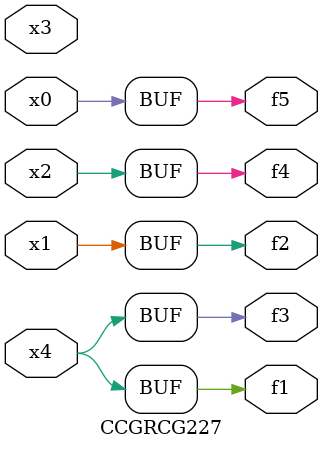
<source format=v>
module CCGRCG227(
	input x0, x1, x2, x3, x4,
	output f1, f2, f3, f4, f5
);
	assign f1 = x4;
	assign f2 = x1;
	assign f3 = x4;
	assign f4 = x2;
	assign f5 = x0;
endmodule

</source>
